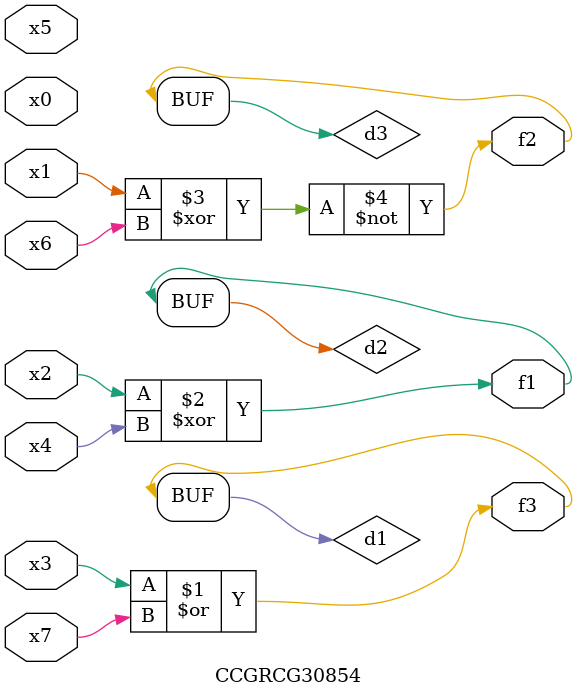
<source format=v>
module CCGRCG30854(
	input x0, x1, x2, x3, x4, x5, x6, x7,
	output f1, f2, f3
);

	wire d1, d2, d3;

	or (d1, x3, x7);
	xor (d2, x2, x4);
	xnor (d3, x1, x6);
	assign f1 = d2;
	assign f2 = d3;
	assign f3 = d1;
endmodule

</source>
